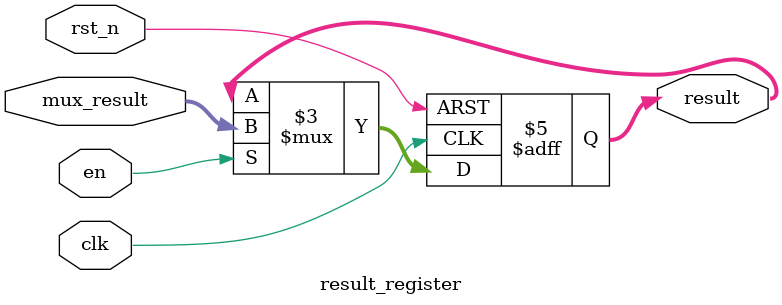
<source format=sv>
module sync_mux_with_reset(
    input clk, rst_n,
    input [31:0] data_a, data_b,
    input sel, en,
    output [31:0] result
);
    wire [31:0] mux_result;

    // Instantiate the multiplexer submodule
    mux mux_inst (
        .clk(clk),
        .rst_n(rst_n),
        .data_a(data_a),
        .data_b(data_b),
        .sel(sel),
        .en(en),
        .result(mux_result)
    );

    // Register to hold the result with reset functionality
    result_register result_reg (
        .clk(clk),
        .rst_n(rst_n),
        .en(en),
        .mux_result(mux_result),
        .result(result)
    );
endmodule

// Submodule for the multiplexer
module mux(
    input clk, rst_n,
    input [31:0] data_a, data_b,
    input sel, en,
    output reg [31:0] result
);
    always @(posedge clk or negedge rst_n) begin
        if (!rst_n) begin
            result <= 32'h0;
        end else if (en) begin
            if (sel) begin
                result <= data_b;
            end else begin
                result <= data_a;
            end
        end
    end
endmodule

// Submodule for the result register
module result_register(
    input clk, rst_n,
    input en,
    input [31:0] mux_result,
    output reg [31:0] result
);
    always @(posedge clk or negedge rst_n) begin
        if (!rst_n) begin
            result <= 32'h0;
        end else if (en) begin
            result <= mux_result;
        end
    end
endmodule
</source>
